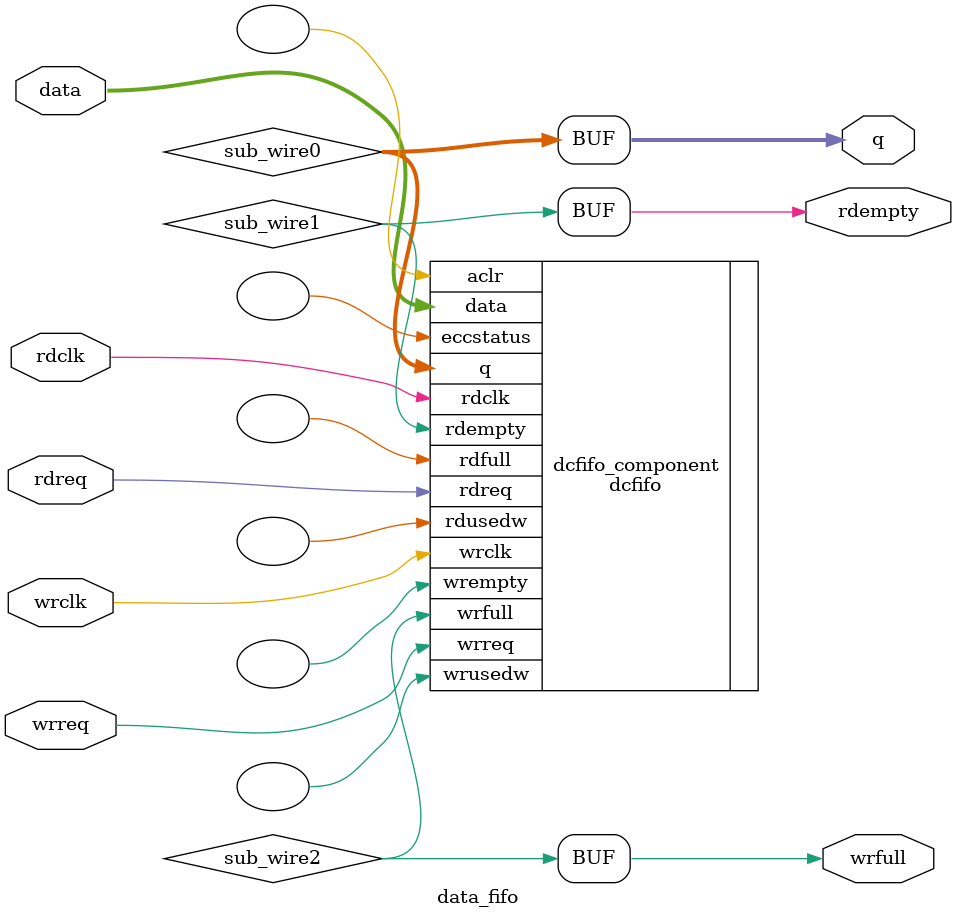
<source format=v>
`timescale 1 ps / 1 ps
module data_fifo (
	data,
	rdclk,
	rdreq,
	wrclk,
	wrreq,
	q,
	rdempty,
	wrfull);

    parameter WIDTH = 24;

	input	[WIDTH-1:0]  data;
	input	  rdclk;
	input	  rdreq;
	input	  wrclk;
	input	  wrreq;
	output	[WIDTH-1:0]  q;
	output	  rdempty;
	output	  wrfull;

	wire [WIDTH-1:0] sub_wire0;
	wire  sub_wire1;
	wire  sub_wire2;
	wire [WIDTH-1:0] q = sub_wire0[WIDTH-1:0];
	wire  rdempty = sub_wire1;
	wire  wrfull = sub_wire2;

	dcfifo	dcfifo_component (
				.data (data),
				.rdclk (rdclk),
				.rdreq (rdreq),
				.wrclk (wrclk),
				.wrreq (wrreq),
				.q (sub_wire0),
				.rdempty (sub_wire1),
				.wrfull (sub_wire2),
				.aclr (),
				.eccstatus (),
				.rdfull (),
				.rdusedw (),
				.wrempty (),
				.wrusedw ());
	defparam
		dcfifo_component.intended_device_family = "MAX 10",
		dcfifo_component.lpm_numwords = 4,
		dcfifo_component.lpm_showahead = "OFF",
		dcfifo_component.lpm_type = "dcfifo",
		dcfifo_component.lpm_width = WIDTH,
		dcfifo_component.lpm_widthu = 2,
		dcfifo_component.overflow_checking = "ON",
		dcfifo_component.rdsync_delaypipe = 5,
		dcfifo_component.underflow_checking = "ON",
		dcfifo_component.use_eab = "ON",
		dcfifo_component.wrsync_delaypipe = 5;


endmodule

</source>
